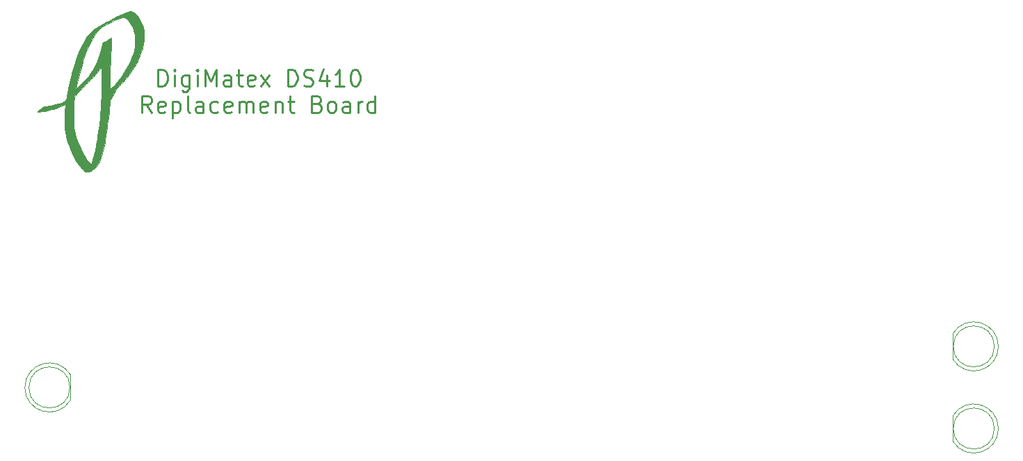
<source format=gbr>
%TF.GenerationSoftware,KiCad,Pcbnew,(6.0.2)*%
%TF.CreationDate,2022-02-27T11:44:28-05:00*%
%TF.ProjectId,digiMatex_DS410,64696769-4d61-4746-9578-5f4453343130,B*%
%TF.SameCoordinates,PX2ebae40PY2255100*%
%TF.FileFunction,Legend,Top*%
%TF.FilePolarity,Positive*%
%FSLAX46Y46*%
G04 Gerber Fmt 4.6, Leading zero omitted, Abs format (unit mm)*
G04 Created by KiCad (PCBNEW (6.0.2)) date 2022-02-27 11:44:28*
%MOMM*%
%LPD*%
G01*
G04 APERTURE LIST*
%ADD10C,0.285714*%
%ADD11C,0.120000*%
%ADD12C,0.010000*%
G04 APERTURE END LIST*
D10*
X47961904Y-47294761D02*
X47961904Y-45294761D01*
X48438095Y-45294761D01*
X48723809Y-45390000D01*
X48914285Y-45580476D01*
X49009523Y-45770952D01*
X49104761Y-46151904D01*
X49104761Y-46437619D01*
X49009523Y-46818571D01*
X48914285Y-47009047D01*
X48723809Y-47199523D01*
X48438095Y-47294761D01*
X47961904Y-47294761D01*
X49961904Y-47294761D02*
X49961904Y-45961428D01*
X49961904Y-45294761D02*
X49866666Y-45390000D01*
X49961904Y-45485238D01*
X50057142Y-45390000D01*
X49961904Y-45294761D01*
X49961904Y-45485238D01*
X51771428Y-45961428D02*
X51771428Y-47580476D01*
X51676190Y-47770952D01*
X51580952Y-47866190D01*
X51390476Y-47961428D01*
X51104761Y-47961428D01*
X50914285Y-47866190D01*
X51771428Y-47199523D02*
X51580952Y-47294761D01*
X51200000Y-47294761D01*
X51009523Y-47199523D01*
X50914285Y-47104285D01*
X50819047Y-46913809D01*
X50819047Y-46342380D01*
X50914285Y-46151904D01*
X51009523Y-46056666D01*
X51200000Y-45961428D01*
X51580952Y-45961428D01*
X51771428Y-46056666D01*
X52723809Y-47294761D02*
X52723809Y-45961428D01*
X52723809Y-45294761D02*
X52628571Y-45390000D01*
X52723809Y-45485238D01*
X52819047Y-45390000D01*
X52723809Y-45294761D01*
X52723809Y-45485238D01*
X53676190Y-47294761D02*
X53676190Y-45294761D01*
X54342857Y-46723333D01*
X55009523Y-45294761D01*
X55009523Y-47294761D01*
X56819047Y-47294761D02*
X56819047Y-46247142D01*
X56723809Y-46056666D01*
X56533333Y-45961428D01*
X56152380Y-45961428D01*
X55961904Y-46056666D01*
X56819047Y-47199523D02*
X56628571Y-47294761D01*
X56152380Y-47294761D01*
X55961904Y-47199523D01*
X55866666Y-47009047D01*
X55866666Y-46818571D01*
X55961904Y-46628095D01*
X56152380Y-46532857D01*
X56628571Y-46532857D01*
X56819047Y-46437619D01*
X57485714Y-45961428D02*
X58247619Y-45961428D01*
X57771428Y-45294761D02*
X57771428Y-47009047D01*
X57866666Y-47199523D01*
X58057142Y-47294761D01*
X58247619Y-47294761D01*
X59676190Y-47199523D02*
X59485714Y-47294761D01*
X59104761Y-47294761D01*
X58914285Y-47199523D01*
X58819047Y-47009047D01*
X58819047Y-46247142D01*
X58914285Y-46056666D01*
X59104761Y-45961428D01*
X59485714Y-45961428D01*
X59676190Y-46056666D01*
X59771428Y-46247142D01*
X59771428Y-46437619D01*
X58819047Y-46628095D01*
X60438095Y-47294761D02*
X61485714Y-45961428D01*
X60438095Y-45961428D02*
X61485714Y-47294761D01*
X63771428Y-47294761D02*
X63771428Y-45294761D01*
X64247619Y-45294761D01*
X64533333Y-45390000D01*
X64723809Y-45580476D01*
X64819047Y-45770952D01*
X64914285Y-46151904D01*
X64914285Y-46437619D01*
X64819047Y-46818571D01*
X64723809Y-47009047D01*
X64533333Y-47199523D01*
X64247619Y-47294761D01*
X63771428Y-47294761D01*
X65676190Y-47199523D02*
X65961904Y-47294761D01*
X66438095Y-47294761D01*
X66628571Y-47199523D01*
X66723809Y-47104285D01*
X66819047Y-46913809D01*
X66819047Y-46723333D01*
X66723809Y-46532857D01*
X66628571Y-46437619D01*
X66438095Y-46342380D01*
X66057142Y-46247142D01*
X65866666Y-46151904D01*
X65771428Y-46056666D01*
X65676190Y-45866190D01*
X65676190Y-45675714D01*
X65771428Y-45485238D01*
X65866666Y-45390000D01*
X66057142Y-45294761D01*
X66533333Y-45294761D01*
X66819047Y-45390000D01*
X68533333Y-45961428D02*
X68533333Y-47294761D01*
X68057142Y-45199523D02*
X67580952Y-46628095D01*
X68819047Y-46628095D01*
X70628571Y-47294761D02*
X69485714Y-47294761D01*
X70057142Y-47294761D02*
X70057142Y-45294761D01*
X69866666Y-45580476D01*
X69676190Y-45770952D01*
X69485714Y-45866190D01*
X71866666Y-45294761D02*
X72057142Y-45294761D01*
X72247619Y-45390000D01*
X72342857Y-45485238D01*
X72438095Y-45675714D01*
X72533333Y-46056666D01*
X72533333Y-46532857D01*
X72438095Y-46913809D01*
X72342857Y-47104285D01*
X72247619Y-47199523D01*
X72057142Y-47294761D01*
X71866666Y-47294761D01*
X71676190Y-47199523D01*
X71580952Y-47104285D01*
X71485714Y-46913809D01*
X71390476Y-46532857D01*
X71390476Y-46056666D01*
X71485714Y-45675714D01*
X71580952Y-45485238D01*
X71676190Y-45390000D01*
X71866666Y-45294761D01*
X47152380Y-50514761D02*
X46485714Y-49562380D01*
X46009523Y-50514761D02*
X46009523Y-48514761D01*
X46771428Y-48514761D01*
X46961904Y-48610000D01*
X47057142Y-48705238D01*
X47152380Y-48895714D01*
X47152380Y-49181428D01*
X47057142Y-49371904D01*
X46961904Y-49467142D01*
X46771428Y-49562380D01*
X46009523Y-49562380D01*
X48771428Y-50419523D02*
X48580952Y-50514761D01*
X48200000Y-50514761D01*
X48009523Y-50419523D01*
X47914285Y-50229047D01*
X47914285Y-49467142D01*
X48009523Y-49276666D01*
X48200000Y-49181428D01*
X48580952Y-49181428D01*
X48771428Y-49276666D01*
X48866666Y-49467142D01*
X48866666Y-49657619D01*
X47914285Y-49848095D01*
X49723809Y-49181428D02*
X49723809Y-51181428D01*
X49723809Y-49276666D02*
X49914285Y-49181428D01*
X50295238Y-49181428D01*
X50485714Y-49276666D01*
X50580952Y-49371904D01*
X50676190Y-49562380D01*
X50676190Y-50133809D01*
X50580952Y-50324285D01*
X50485714Y-50419523D01*
X50295238Y-50514761D01*
X49914285Y-50514761D01*
X49723809Y-50419523D01*
X51819047Y-50514761D02*
X51628571Y-50419523D01*
X51533333Y-50229047D01*
X51533333Y-48514761D01*
X53438095Y-50514761D02*
X53438095Y-49467142D01*
X53342857Y-49276666D01*
X53152380Y-49181428D01*
X52771428Y-49181428D01*
X52580952Y-49276666D01*
X53438095Y-50419523D02*
X53247619Y-50514761D01*
X52771428Y-50514761D01*
X52580952Y-50419523D01*
X52485714Y-50229047D01*
X52485714Y-50038571D01*
X52580952Y-49848095D01*
X52771428Y-49752857D01*
X53247619Y-49752857D01*
X53438095Y-49657619D01*
X55247619Y-50419523D02*
X55057142Y-50514761D01*
X54676190Y-50514761D01*
X54485714Y-50419523D01*
X54390476Y-50324285D01*
X54295238Y-50133809D01*
X54295238Y-49562380D01*
X54390476Y-49371904D01*
X54485714Y-49276666D01*
X54676190Y-49181428D01*
X55057142Y-49181428D01*
X55247619Y-49276666D01*
X56866666Y-50419523D02*
X56676190Y-50514761D01*
X56295238Y-50514761D01*
X56104761Y-50419523D01*
X56009523Y-50229047D01*
X56009523Y-49467142D01*
X56104761Y-49276666D01*
X56295238Y-49181428D01*
X56676190Y-49181428D01*
X56866666Y-49276666D01*
X56961904Y-49467142D01*
X56961904Y-49657619D01*
X56009523Y-49848095D01*
X57819047Y-50514761D02*
X57819047Y-49181428D01*
X57819047Y-49371904D02*
X57914285Y-49276666D01*
X58104761Y-49181428D01*
X58390476Y-49181428D01*
X58580952Y-49276666D01*
X58676190Y-49467142D01*
X58676190Y-50514761D01*
X58676190Y-49467142D02*
X58771428Y-49276666D01*
X58961904Y-49181428D01*
X59247619Y-49181428D01*
X59438095Y-49276666D01*
X59533333Y-49467142D01*
X59533333Y-50514761D01*
X61247619Y-50419523D02*
X61057142Y-50514761D01*
X60676190Y-50514761D01*
X60485714Y-50419523D01*
X60390476Y-50229047D01*
X60390476Y-49467142D01*
X60485714Y-49276666D01*
X60676190Y-49181428D01*
X61057142Y-49181428D01*
X61247619Y-49276666D01*
X61342857Y-49467142D01*
X61342857Y-49657619D01*
X60390476Y-49848095D01*
X62200000Y-49181428D02*
X62200000Y-50514761D01*
X62200000Y-49371904D02*
X62295238Y-49276666D01*
X62485714Y-49181428D01*
X62771428Y-49181428D01*
X62961904Y-49276666D01*
X63057142Y-49467142D01*
X63057142Y-50514761D01*
X63723809Y-49181428D02*
X64485714Y-49181428D01*
X64009523Y-48514761D02*
X64009523Y-50229047D01*
X64104761Y-50419523D01*
X64295238Y-50514761D01*
X64485714Y-50514761D01*
X67342857Y-49467142D02*
X67628571Y-49562380D01*
X67723809Y-49657619D01*
X67819047Y-49848095D01*
X67819047Y-50133809D01*
X67723809Y-50324285D01*
X67628571Y-50419523D01*
X67438095Y-50514761D01*
X66676190Y-50514761D01*
X66676190Y-48514761D01*
X67342857Y-48514761D01*
X67533333Y-48610000D01*
X67628571Y-48705238D01*
X67723809Y-48895714D01*
X67723809Y-49086190D01*
X67628571Y-49276666D01*
X67533333Y-49371904D01*
X67342857Y-49467142D01*
X66676190Y-49467142D01*
X68961904Y-50514761D02*
X68771428Y-50419523D01*
X68676190Y-50324285D01*
X68580952Y-50133809D01*
X68580952Y-49562380D01*
X68676190Y-49371904D01*
X68771428Y-49276666D01*
X68961904Y-49181428D01*
X69247619Y-49181428D01*
X69438095Y-49276666D01*
X69533333Y-49371904D01*
X69628571Y-49562380D01*
X69628571Y-50133809D01*
X69533333Y-50324285D01*
X69438095Y-50419523D01*
X69247619Y-50514761D01*
X68961904Y-50514761D01*
X71342857Y-50514761D02*
X71342857Y-49467142D01*
X71247619Y-49276666D01*
X71057142Y-49181428D01*
X70676190Y-49181428D01*
X70485714Y-49276666D01*
X71342857Y-50419523D02*
X71152380Y-50514761D01*
X70676190Y-50514761D01*
X70485714Y-50419523D01*
X70390476Y-50229047D01*
X70390476Y-50038571D01*
X70485714Y-49848095D01*
X70676190Y-49752857D01*
X71152380Y-49752857D01*
X71342857Y-49657619D01*
X72295238Y-50514761D02*
X72295238Y-49181428D01*
X72295238Y-49562380D02*
X72390476Y-49371904D01*
X72485714Y-49276666D01*
X72676190Y-49181428D01*
X72866666Y-49181428D01*
X74390476Y-50514761D02*
X74390476Y-48514761D01*
X74390476Y-50419523D02*
X74199999Y-50514761D01*
X73819047Y-50514761D01*
X73628571Y-50419523D01*
X73533333Y-50324285D01*
X73438095Y-50133809D01*
X73438095Y-49562380D01*
X73533333Y-49371904D01*
X73628571Y-49276666D01*
X73819047Y-49181428D01*
X74199999Y-49181428D01*
X74390476Y-49276666D01*
D11*
%TO.C,D8*%
X144710000Y-87455000D02*
X144710000Y-90545000D01*
X150260000Y-89000462D02*
G75*
G03*
X144710000Y-87455170I-2990000J462D01*
G01*
X144710000Y-90544830D02*
G75*
G03*
X150260000Y-88999538I2560000J1544830D01*
G01*
X149770000Y-89000000D02*
G75*
G03*
X149770000Y-89000000I-2500000J0D01*
G01*
%TO.C,D6*%
X144710000Y-77455000D02*
X144710000Y-80545000D01*
X144710000Y-80544830D02*
G75*
G03*
X150260000Y-78999538I2560000J1544830D01*
G01*
X150260000Y-79000462D02*
G75*
G03*
X144710000Y-77455170I-2990000J462D01*
G01*
X149770000Y-79000000D02*
G75*
G03*
X149770000Y-79000000I-2500000J0D01*
G01*
%TO.C,D7*%
X37290000Y-85545000D02*
X37290000Y-82455000D01*
X31740000Y-83999538D02*
G75*
G03*
X37290000Y-85544830I2990000J-462D01*
G01*
X37290000Y-82455170D02*
G75*
G03*
X31740000Y-84000462I-2560000J-1544830D01*
G01*
X37230000Y-84000000D02*
G75*
G03*
X37230000Y-84000000I-2500000J0D01*
G01*
D12*
%TO.C,G\u002A\u002A\u002A*%
X44810447Y-38229348D02*
X45012269Y-38359334D01*
X45012269Y-38359334D02*
X45234322Y-38556098D01*
X45234322Y-38556098D02*
X45458485Y-38803423D01*
X45458485Y-38803423D02*
X45666640Y-39085091D01*
X45666640Y-39085091D02*
X45682310Y-39109011D01*
X45682310Y-39109011D02*
X45939473Y-39577772D01*
X45939473Y-39577772D02*
X46116068Y-40076124D01*
X46116068Y-40076124D02*
X46219396Y-40628988D01*
X46219396Y-40628988D02*
X46251677Y-41052357D01*
X46251677Y-41052357D02*
X46245956Y-41618753D01*
X46245956Y-41618753D02*
X46179614Y-42174110D01*
X46179614Y-42174110D02*
X46047459Y-42738756D01*
X46047459Y-42738756D02*
X45844301Y-43333019D01*
X45844301Y-43333019D02*
X45564947Y-43977228D01*
X45564947Y-43977228D02*
X45437802Y-44239216D01*
X45437802Y-44239216D02*
X45122669Y-44834811D01*
X45122669Y-44834811D02*
X44793822Y-45374710D01*
X44793822Y-45374710D02*
X44431023Y-45887300D01*
X44431023Y-45887300D02*
X44014034Y-46400965D01*
X44014034Y-46400965D02*
X43522617Y-46944091D01*
X43522617Y-46944091D02*
X43468597Y-47001123D01*
X43468597Y-47001123D02*
X43196420Y-47300373D01*
X43196420Y-47300373D02*
X42977407Y-47576338D01*
X42977407Y-47576338D02*
X42785305Y-47866779D01*
X42785305Y-47866779D02*
X42593860Y-48209456D01*
X42593860Y-48209456D02*
X42496977Y-48398632D01*
X42496977Y-48398632D02*
X42381419Y-48617345D01*
X42381419Y-48617345D02*
X42274296Y-48800024D01*
X42274296Y-48800024D02*
X42191792Y-48919921D01*
X42191792Y-48919921D02*
X42164519Y-48948195D01*
X42164519Y-48948195D02*
X42127285Y-48998544D01*
X42127285Y-48998544D02*
X42097557Y-49099049D01*
X42097557Y-49099049D02*
X42073053Y-49265480D01*
X42073053Y-49265480D02*
X42051492Y-49513606D01*
X42051492Y-49513606D02*
X42030594Y-49859196D01*
X42030594Y-49859196D02*
X42029359Y-49882471D01*
X42029359Y-49882471D02*
X42005361Y-50215766D01*
X42005361Y-50215766D02*
X41965794Y-50627183D01*
X41965794Y-50627183D02*
X41914545Y-51082356D01*
X41914545Y-51082356D02*
X41855502Y-51546920D01*
X41855502Y-51546920D02*
X41792550Y-51986509D01*
X41792550Y-51986509D02*
X41788075Y-52015605D01*
X41788075Y-52015605D02*
X41726235Y-52419717D01*
X41726235Y-52419717D02*
X41666076Y-52820335D01*
X41666076Y-52820335D02*
X41611374Y-53191749D01*
X41611374Y-53191749D02*
X41565906Y-53508247D01*
X41565906Y-53508247D02*
X41533449Y-53744119D01*
X41533449Y-53744119D02*
X41527804Y-53787522D01*
X41527804Y-53787522D02*
X41464501Y-54187507D01*
X41464501Y-54187507D02*
X41373470Y-54633360D01*
X41373470Y-54633360D02*
X41262106Y-55097654D01*
X41262106Y-55097654D02*
X41137803Y-55552962D01*
X41137803Y-55552962D02*
X41007955Y-55971858D01*
X41007955Y-55971858D02*
X40879956Y-56326913D01*
X40879956Y-56326913D02*
X40784112Y-56546046D01*
X40784112Y-56546046D02*
X40637302Y-56819355D01*
X40637302Y-56819355D02*
X40494637Y-57022883D01*
X40494637Y-57022883D02*
X40326420Y-57195872D01*
X40326420Y-57195872D02*
X40230816Y-57277194D01*
X40230816Y-57277194D02*
X40047846Y-57420104D01*
X40047846Y-57420104D02*
X39878277Y-57542154D01*
X39878277Y-57542154D02*
X39759975Y-57616254D01*
X39759975Y-57616254D02*
X39548877Y-57695147D01*
X39548877Y-57695147D02*
X39325285Y-57732273D01*
X39325285Y-57732273D02*
X39138045Y-57720841D01*
X39138045Y-57720841D02*
X39099043Y-57708124D01*
X39099043Y-57708124D02*
X38991446Y-57634028D01*
X38991446Y-57634028D02*
X38834844Y-57490665D01*
X38834844Y-57490665D02*
X38649176Y-57299752D01*
X38649176Y-57299752D02*
X38454379Y-57083010D01*
X38454379Y-57083010D02*
X38270392Y-56862157D01*
X38270392Y-56862157D02*
X38117154Y-56658913D01*
X38117154Y-56658913D02*
X38065944Y-56582753D01*
X38065944Y-56582753D02*
X37975467Y-56427502D01*
X37975467Y-56427502D02*
X37850238Y-56193559D01*
X37850238Y-56193559D02*
X37703153Y-55905971D01*
X37703153Y-55905971D02*
X37547109Y-55589783D01*
X37547109Y-55589783D02*
X37446059Y-55378834D01*
X37446059Y-55378834D02*
X37146448Y-54696073D01*
X37146448Y-54696073D02*
X36919741Y-54060909D01*
X36919741Y-54060909D02*
X36756849Y-53441507D01*
X36756849Y-53441507D02*
X36648682Y-52806034D01*
X36648682Y-52806034D02*
X36610462Y-52452134D01*
X36610462Y-52452134D02*
X36591161Y-52147395D01*
X36591161Y-52147395D02*
X36579918Y-51777455D01*
X36579918Y-51777455D02*
X36576328Y-51368710D01*
X36576328Y-51368710D02*
X36579986Y-50947556D01*
X36579986Y-50947556D02*
X36590489Y-50540389D01*
X36590489Y-50540389D02*
X36602887Y-50272005D01*
X36602887Y-50272005D02*
X37657046Y-50272005D01*
X37657046Y-50272005D02*
X37657170Y-50749466D01*
X37657170Y-50749466D02*
X37663513Y-51167865D01*
X37663513Y-51167865D02*
X37672869Y-51598264D01*
X37672869Y-51598264D02*
X37683162Y-51936345D01*
X37683162Y-51936345D02*
X37696594Y-52203938D01*
X37696594Y-52203938D02*
X37715367Y-52422876D01*
X37715367Y-52422876D02*
X37741680Y-52614990D01*
X37741680Y-52614990D02*
X37777735Y-52802112D01*
X37777735Y-52802112D02*
X37825733Y-53006072D01*
X37825733Y-53006072D02*
X37864001Y-53156553D01*
X37864001Y-53156553D02*
X37969036Y-53501704D01*
X37969036Y-53501704D02*
X38120178Y-53915450D01*
X38120178Y-53915450D02*
X38304570Y-54368634D01*
X38304570Y-54368634D02*
X38509359Y-54832099D01*
X38509359Y-54832099D02*
X38721688Y-55276687D01*
X38721688Y-55276687D02*
X38928703Y-55673242D01*
X38928703Y-55673242D02*
X39107563Y-55977090D01*
X39107563Y-55977090D02*
X39250479Y-56183624D01*
X39250479Y-56183624D02*
X39407483Y-56383830D01*
X39407483Y-56383830D02*
X39561191Y-56558643D01*
X39561191Y-56558643D02*
X39694217Y-56689000D01*
X39694217Y-56689000D02*
X39789178Y-56755836D01*
X39789178Y-56755836D02*
X39819772Y-56758103D01*
X39819772Y-56758103D02*
X39857698Y-56692735D01*
X39857698Y-56692735D02*
X39916010Y-56544905D01*
X39916010Y-56544905D02*
X39984254Y-56342064D01*
X39984254Y-56342064D02*
X40009684Y-56259381D01*
X40009684Y-56259381D02*
X40160399Y-55720907D01*
X40160399Y-55720907D02*
X40289537Y-55175597D01*
X40289537Y-55175597D02*
X40404348Y-54589349D01*
X40404348Y-54589349D02*
X40512080Y-53928063D01*
X40512080Y-53928063D02*
X40527759Y-53822461D01*
X40527759Y-53822461D02*
X40588257Y-53410055D01*
X40588257Y-53410055D02*
X40657618Y-52936465D01*
X40657618Y-52936465D02*
X40728263Y-52453473D01*
X40728263Y-52453473D02*
X40792615Y-52012863D01*
X40792615Y-52012863D02*
X40807636Y-51909887D01*
X40807636Y-51909887D02*
X40883113Y-51330220D01*
X40883113Y-51330220D02*
X40944733Y-50715647D01*
X40944733Y-50715647D02*
X40993200Y-50052558D01*
X40993200Y-50052558D02*
X41029222Y-49327348D01*
X41029222Y-49327348D02*
X41053506Y-48526409D01*
X41053506Y-48526409D02*
X41066756Y-47636132D01*
X41066756Y-47636132D02*
X41069888Y-46857348D01*
X41069888Y-46857348D02*
X41069888Y-44947815D01*
X41069888Y-44947815D02*
X40859111Y-45260986D01*
X40859111Y-45260986D02*
X40743555Y-45412363D01*
X40743555Y-45412363D02*
X40560782Y-45627133D01*
X40560782Y-45627133D02*
X40325694Y-45889389D01*
X40325694Y-45889389D02*
X40053190Y-46183222D01*
X40053190Y-46183222D02*
X39758172Y-46492726D01*
X39758172Y-46492726D02*
X39455539Y-46801991D01*
X39455539Y-46801991D02*
X39160193Y-47095110D01*
X39160193Y-47095110D02*
X38967058Y-47280944D01*
X38967058Y-47280944D02*
X38802186Y-47448112D01*
X38802186Y-47448112D02*
X38596812Y-47672328D01*
X38596812Y-47672328D02*
X38380590Y-47920583D01*
X38380590Y-47920583D02*
X38232312Y-48098790D01*
X38232312Y-48098790D02*
X37802419Y-48627835D01*
X37802419Y-48627835D02*
X37719916Y-49241445D01*
X37719916Y-49241445D02*
X37687850Y-49537418D01*
X37687850Y-49537418D02*
X37667083Y-49874463D01*
X37667083Y-49874463D02*
X37657046Y-50272005D01*
X37657046Y-50272005D02*
X36602887Y-50272005D01*
X36602887Y-50272005D02*
X36607433Y-50173606D01*
X36607433Y-50173606D02*
X36630414Y-49873602D01*
X36630414Y-49873602D02*
X36652576Y-49701141D01*
X36652576Y-49701141D02*
X36688778Y-49490147D01*
X36688778Y-49490147D02*
X36096748Y-49740546D01*
X36096748Y-49740546D02*
X35786813Y-49864764D01*
X35786813Y-49864764D02*
X35446852Y-49990126D01*
X35446852Y-49990126D02*
X35129942Y-50097455D01*
X35129942Y-50097455D02*
X34991011Y-50140026D01*
X34991011Y-50140026D02*
X34738007Y-50206360D01*
X34738007Y-50206360D02*
X34443954Y-50272400D01*
X34443954Y-50272400D02*
X34134475Y-50333672D01*
X34134475Y-50333672D02*
X33835193Y-50385699D01*
X33835193Y-50385699D02*
X33571732Y-50424005D01*
X33571732Y-50424005D02*
X33369713Y-50444114D01*
X33369713Y-50444114D02*
X33259267Y-50442530D01*
X33259267Y-50442530D02*
X33256154Y-50406481D01*
X33256154Y-50406481D02*
X33330614Y-50326813D01*
X33330614Y-50326813D02*
X33461985Y-50218057D01*
X33461985Y-50218057D02*
X33629603Y-50094748D01*
X33629603Y-50094748D02*
X33812807Y-49971418D01*
X33812807Y-49971418D02*
X33990933Y-49862599D01*
X33990933Y-49862599D02*
X34143320Y-49782823D01*
X34143320Y-49782823D02*
X34248580Y-49746718D01*
X34248580Y-49746718D02*
X34870160Y-49654577D01*
X34870160Y-49654577D02*
X35413081Y-49553549D01*
X35413081Y-49553549D02*
X35870134Y-49445555D01*
X35870134Y-49445555D02*
X36234108Y-49332515D01*
X36234108Y-49332515D02*
X36497795Y-49216350D01*
X36497795Y-49216350D02*
X36646004Y-49107951D01*
X36646004Y-49107951D02*
X36704028Y-49025898D01*
X36704028Y-49025898D02*
X36754209Y-48904301D01*
X36754209Y-48904301D02*
X36801865Y-48723744D01*
X36801865Y-48723744D02*
X36852313Y-48464808D01*
X36852313Y-48464808D02*
X36898736Y-48185151D01*
X36898736Y-48185151D02*
X37000305Y-47628988D01*
X37000305Y-47628988D02*
X37981920Y-47628988D01*
X37981920Y-47628988D02*
X38787252Y-46812220D01*
X38787252Y-46812220D02*
X39193679Y-46387725D01*
X39193679Y-46387725D02*
X39526667Y-46009167D01*
X39526667Y-46009167D02*
X39803453Y-45653134D01*
X39803453Y-45653134D02*
X40041276Y-45296215D01*
X40041276Y-45296215D02*
X40257374Y-44914996D01*
X40257374Y-44914996D02*
X40413275Y-44603820D01*
X40413275Y-44603820D02*
X40545662Y-44294726D01*
X40545662Y-44294726D02*
X40688099Y-43906034D01*
X40688099Y-43906034D02*
X40830249Y-43470467D01*
X40830249Y-43470467D02*
X40961771Y-43020750D01*
X40961771Y-43020750D02*
X41072328Y-42589604D01*
X41072328Y-42589604D02*
X41124366Y-42353106D01*
X41124366Y-42353106D02*
X41186632Y-42109886D01*
X41186632Y-42109886D02*
X41259501Y-41964261D01*
X41259501Y-41964261D02*
X41353241Y-41899670D01*
X41353241Y-41899670D02*
X41409886Y-41892584D01*
X41409886Y-41892584D02*
X41503792Y-41861284D01*
X41503792Y-41861284D02*
X41656032Y-41779229D01*
X41656032Y-41779229D02*
X41833521Y-41664269D01*
X41833521Y-41664269D02*
X42004954Y-41550077D01*
X42004954Y-41550077D02*
X42143933Y-41468200D01*
X42143933Y-41468200D02*
X42220975Y-41435974D01*
X42220975Y-41435974D02*
X42221823Y-41435955D01*
X42221823Y-41435955D02*
X42239593Y-41490429D01*
X42239593Y-41490429D02*
X42250554Y-41643881D01*
X42250554Y-41643881D02*
X42255057Y-41881358D01*
X42255057Y-41881358D02*
X42253451Y-42187906D01*
X42253451Y-42187906D02*
X42246088Y-42548570D01*
X42246088Y-42548570D02*
X42233316Y-42948396D01*
X42233316Y-42948396D02*
X42215486Y-43372431D01*
X42215486Y-43372431D02*
X42192949Y-43805720D01*
X42192949Y-43805720D02*
X42166053Y-44233309D01*
X42166053Y-44233309D02*
X42151665Y-44432584D01*
X42151665Y-44432584D02*
X42137554Y-44668756D01*
X42137554Y-44668756D02*
X42125449Y-44967060D01*
X42125449Y-44967060D02*
X42115460Y-45310533D01*
X42115460Y-45310533D02*
X42107700Y-45682213D01*
X42107700Y-45682213D02*
X42102282Y-46065139D01*
X42102282Y-46065139D02*
X42099317Y-46442348D01*
X42099317Y-46442348D02*
X42098917Y-46796880D01*
X42098917Y-46796880D02*
X42101195Y-47111771D01*
X42101195Y-47111771D02*
X42106263Y-47370061D01*
X42106263Y-47370061D02*
X42114232Y-47554787D01*
X42114232Y-47554787D02*
X42125215Y-47648989D01*
X42125215Y-47648989D02*
X42130349Y-47657528D01*
X42130349Y-47657528D02*
X42184805Y-47619980D01*
X42184805Y-47619980D02*
X42292384Y-47522579D01*
X42292384Y-47522579D02*
X42401472Y-47414943D01*
X42401472Y-47414943D02*
X42755369Y-47036310D01*
X42755369Y-47036310D02*
X43116394Y-46618302D01*
X43116394Y-46618302D02*
X43449052Y-46203037D01*
X43449052Y-46203037D02*
X43638592Y-45947030D01*
X43638592Y-45947030D02*
X43874713Y-45583831D01*
X43874713Y-45583831D02*
X44126061Y-45144511D01*
X44126061Y-45144511D02*
X44375934Y-44662549D01*
X44375934Y-44662549D02*
X44607627Y-44171425D01*
X44607627Y-44171425D02*
X44804436Y-43704618D01*
X44804436Y-43704618D02*
X44928975Y-43360710D01*
X44928975Y-43360710D02*
X45016414Y-43083119D01*
X45016414Y-43083119D02*
X45077050Y-42856206D01*
X45077050Y-42856206D02*
X45116914Y-42643445D01*
X45116914Y-42643445D02*
X45142038Y-42408313D01*
X45142038Y-42408313D02*
X45158451Y-42114287D01*
X45158451Y-42114287D02*
X45165453Y-41928704D01*
X45165453Y-41928704D02*
X45171388Y-41472371D01*
X45171388Y-41472371D02*
X45150072Y-41095473D01*
X45150072Y-41095473D02*
X45095514Y-40765282D01*
X45095514Y-40765282D02*
X45001721Y-40449071D01*
X45001721Y-40449071D02*
X44862699Y-40114115D01*
X44862699Y-40114115D02*
X44814386Y-40011542D01*
X44814386Y-40011542D02*
X44672109Y-39761967D01*
X44672109Y-39761967D02*
X44488131Y-39504752D01*
X44488131Y-39504752D02*
X44284747Y-39265588D01*
X44284747Y-39265588D02*
X44084252Y-39070165D01*
X44084252Y-39070165D02*
X43908941Y-38944176D01*
X43908941Y-38944176D02*
X43873444Y-38927270D01*
X43873444Y-38927270D02*
X43791240Y-38905386D01*
X43791240Y-38905386D02*
X43689089Y-38905723D01*
X43689089Y-38905723D02*
X43555089Y-38932584D01*
X43555089Y-38932584D02*
X43377339Y-38990270D01*
X43377339Y-38990270D02*
X43143938Y-39083080D01*
X43143938Y-39083080D02*
X42842982Y-39215318D01*
X42842982Y-39215318D02*
X42462572Y-39391282D01*
X42462572Y-39391282D02*
X42056567Y-39583838D01*
X42056567Y-39583838D02*
X41685432Y-39765891D01*
X41685432Y-39765891D02*
X41399223Y-39918741D01*
X41399223Y-39918741D02*
X41176723Y-40055202D01*
X41176723Y-40055202D02*
X40996718Y-40188088D01*
X40996718Y-40188088D02*
X40867101Y-40302278D01*
X40867101Y-40302278D02*
X40503408Y-40703820D01*
X40503408Y-40703820D02*
X40146701Y-41211391D01*
X40146701Y-41211391D02*
X39801554Y-41816892D01*
X39801554Y-41816892D02*
X39472543Y-42512219D01*
X39472543Y-42512219D02*
X39164245Y-43289270D01*
X39164245Y-43289270D02*
X39136214Y-43367007D01*
X39136214Y-43367007D02*
X38984739Y-43807552D01*
X38984739Y-43807552D02*
X38826993Y-44296597D01*
X38826993Y-44296597D02*
X38668533Y-44814231D01*
X38668533Y-44814231D02*
X38514916Y-45340544D01*
X38514916Y-45340544D02*
X38371699Y-45855623D01*
X38371699Y-45855623D02*
X38244437Y-46339560D01*
X38244437Y-46339560D02*
X38138689Y-46772444D01*
X38138689Y-46772444D02*
X38060011Y-47134362D01*
X38060011Y-47134362D02*
X38018453Y-47372134D01*
X38018453Y-47372134D02*
X37981920Y-47628988D01*
X37981920Y-47628988D02*
X37000305Y-47628988D01*
X37000305Y-47628988D02*
X37010485Y-47573246D01*
X37010485Y-47573246D02*
X37158769Y-46901952D01*
X37158769Y-46901952D02*
X37336915Y-46193425D01*
X37336915Y-46193425D02*
X37538247Y-45469820D01*
X37538247Y-45469820D02*
X37756091Y-44753294D01*
X37756091Y-44753294D02*
X37983774Y-44066001D01*
X37983774Y-44066001D02*
X38214622Y-43430099D01*
X38214622Y-43430099D02*
X38441959Y-42867742D01*
X38441959Y-42867742D02*
X38613774Y-42491910D01*
X38613774Y-42491910D02*
X38918585Y-41908948D01*
X38918585Y-41908948D02*
X39221819Y-41419684D01*
X39221819Y-41419684D02*
X39539961Y-41005095D01*
X39539961Y-41005095D02*
X39889496Y-40646160D01*
X39889496Y-40646160D02*
X40286910Y-40323856D01*
X40286910Y-40323856D02*
X40748687Y-40019163D01*
X40748687Y-40019163D02*
X40765546Y-40008988D01*
X40765546Y-40008988D02*
X41142899Y-39789287D01*
X41142899Y-39789287D02*
X41558246Y-39560365D01*
X41558246Y-39560365D02*
X41997431Y-39328885D01*
X41997431Y-39328885D02*
X42446294Y-39101510D01*
X42446294Y-39101510D02*
X42890680Y-38884902D01*
X42890680Y-38884902D02*
X43316430Y-38685724D01*
X43316430Y-38685724D02*
X43709387Y-38510639D01*
X43709387Y-38510639D02*
X44055394Y-38366308D01*
X44055394Y-38366308D02*
X44340293Y-38259395D01*
X44340293Y-38259395D02*
X44549927Y-38196563D01*
X44549927Y-38196563D02*
X44646973Y-38182357D01*
X44646973Y-38182357D02*
X44810447Y-38229348D01*
X44810447Y-38229348D02*
X44810447Y-38229348D01*
G36*
X36630414Y-49873602D02*
G01*
X36652576Y-49701141D01*
X36688778Y-49490147D01*
X36096748Y-49740546D01*
X35786813Y-49864764D01*
X35446852Y-49990126D01*
X35129942Y-50097455D01*
X34991011Y-50140026D01*
X34738007Y-50206360D01*
X34443954Y-50272400D01*
X34134475Y-50333672D01*
X33835193Y-50385699D01*
X33571732Y-50424005D01*
X33369713Y-50444114D01*
X33259267Y-50442530D01*
X33256154Y-50406481D01*
X33330614Y-50326813D01*
X33461985Y-50218057D01*
X33629603Y-50094748D01*
X33812807Y-49971418D01*
X33990933Y-49862599D01*
X34143320Y-49782823D01*
X34248580Y-49746718D01*
X34870160Y-49654577D01*
X35413081Y-49553549D01*
X35870134Y-49445555D01*
X36234108Y-49332515D01*
X36497795Y-49216350D01*
X36646004Y-49107951D01*
X36704028Y-49025898D01*
X36754209Y-48904301D01*
X36801865Y-48723744D01*
X36852313Y-48464808D01*
X36898736Y-48185151D01*
X37000305Y-47628988D01*
X37981920Y-47628988D01*
X38787252Y-46812220D01*
X39193679Y-46387725D01*
X39526667Y-46009167D01*
X39803453Y-45653134D01*
X40041276Y-45296215D01*
X40257374Y-44914996D01*
X40413275Y-44603820D01*
X40545662Y-44294726D01*
X40688099Y-43906034D01*
X40830249Y-43470467D01*
X40961771Y-43020750D01*
X41072328Y-42589604D01*
X41124366Y-42353106D01*
X41186632Y-42109886D01*
X41259501Y-41964261D01*
X41353241Y-41899670D01*
X41409886Y-41892584D01*
X41503792Y-41861284D01*
X41656032Y-41779229D01*
X41833521Y-41664269D01*
X42004954Y-41550077D01*
X42143933Y-41468200D01*
X42220975Y-41435974D01*
X42221823Y-41435955D01*
X42239593Y-41490429D01*
X42250554Y-41643881D01*
X42255057Y-41881358D01*
X42253451Y-42187906D01*
X42246088Y-42548570D01*
X42233316Y-42948396D01*
X42215486Y-43372431D01*
X42192949Y-43805720D01*
X42166053Y-44233309D01*
X42151665Y-44432584D01*
X42137554Y-44668756D01*
X42125449Y-44967060D01*
X42115460Y-45310533D01*
X42107700Y-45682213D01*
X42102282Y-46065139D01*
X42099317Y-46442348D01*
X42098917Y-46796880D01*
X42101195Y-47111771D01*
X42106263Y-47370061D01*
X42114232Y-47554787D01*
X42125215Y-47648989D01*
X42130349Y-47657528D01*
X42184805Y-47619980D01*
X42292384Y-47522579D01*
X42401472Y-47414943D01*
X42755369Y-47036310D01*
X43116394Y-46618302D01*
X43449052Y-46203037D01*
X43638592Y-45947030D01*
X43874713Y-45583831D01*
X44126061Y-45144511D01*
X44375934Y-44662549D01*
X44607627Y-44171425D01*
X44804436Y-43704618D01*
X44928975Y-43360710D01*
X45016414Y-43083119D01*
X45077050Y-42856206D01*
X45116914Y-42643445D01*
X45142038Y-42408313D01*
X45158451Y-42114287D01*
X45165453Y-41928704D01*
X45171388Y-41472371D01*
X45150072Y-41095473D01*
X45095514Y-40765282D01*
X45001721Y-40449071D01*
X44862699Y-40114115D01*
X44814386Y-40011542D01*
X44672109Y-39761967D01*
X44488131Y-39504752D01*
X44284747Y-39265588D01*
X44084252Y-39070165D01*
X43908941Y-38944176D01*
X43873444Y-38927270D01*
X43791240Y-38905386D01*
X43689089Y-38905723D01*
X43555089Y-38932584D01*
X43377339Y-38990270D01*
X43143938Y-39083080D01*
X42842982Y-39215318D01*
X42462572Y-39391282D01*
X42056567Y-39583838D01*
X41685432Y-39765891D01*
X41399223Y-39918741D01*
X41176723Y-40055202D01*
X40996718Y-40188088D01*
X40867101Y-40302278D01*
X40503408Y-40703820D01*
X40146701Y-41211391D01*
X39801554Y-41816892D01*
X39472543Y-42512219D01*
X39164245Y-43289270D01*
X39136214Y-43367007D01*
X38984739Y-43807552D01*
X38826993Y-44296597D01*
X38668533Y-44814231D01*
X38514916Y-45340544D01*
X38371699Y-45855623D01*
X38244437Y-46339560D01*
X38138689Y-46772444D01*
X38060011Y-47134362D01*
X38018453Y-47372134D01*
X37981920Y-47628988D01*
X37000305Y-47628988D01*
X37010485Y-47573246D01*
X37158769Y-46901952D01*
X37336915Y-46193425D01*
X37538247Y-45469820D01*
X37756091Y-44753294D01*
X37983774Y-44066001D01*
X38214622Y-43430099D01*
X38441959Y-42867742D01*
X38613774Y-42491910D01*
X38918585Y-41908948D01*
X39221819Y-41419684D01*
X39539961Y-41005095D01*
X39889496Y-40646160D01*
X40286910Y-40323856D01*
X40748687Y-40019163D01*
X40765546Y-40008988D01*
X41142899Y-39789287D01*
X41558246Y-39560365D01*
X41997431Y-39328885D01*
X42446294Y-39101510D01*
X42890680Y-38884902D01*
X43316430Y-38685724D01*
X43709387Y-38510639D01*
X44055394Y-38366308D01*
X44340293Y-38259395D01*
X44549927Y-38196563D01*
X44646973Y-38182357D01*
X44810447Y-38229348D01*
X45012269Y-38359334D01*
X45234322Y-38556098D01*
X45458485Y-38803423D01*
X45666640Y-39085091D01*
X45682310Y-39109011D01*
X45939473Y-39577772D01*
X46116068Y-40076124D01*
X46219396Y-40628988D01*
X46251677Y-41052357D01*
X46245956Y-41618753D01*
X46179614Y-42174110D01*
X46047459Y-42738756D01*
X45844301Y-43333019D01*
X45564947Y-43977228D01*
X45437802Y-44239216D01*
X45122669Y-44834811D01*
X44793822Y-45374710D01*
X44431023Y-45887300D01*
X44014034Y-46400965D01*
X43522617Y-46944091D01*
X43468597Y-47001123D01*
X43196420Y-47300373D01*
X42977407Y-47576338D01*
X42785305Y-47866779D01*
X42593860Y-48209456D01*
X42496977Y-48398632D01*
X42381419Y-48617345D01*
X42274296Y-48800024D01*
X42191792Y-48919921D01*
X42164519Y-48948195D01*
X42127285Y-48998544D01*
X42097557Y-49099049D01*
X42073053Y-49265480D01*
X42051492Y-49513606D01*
X42030594Y-49859196D01*
X42029359Y-49882471D01*
X42005361Y-50215766D01*
X41965794Y-50627183D01*
X41914545Y-51082356D01*
X41855502Y-51546920D01*
X41792550Y-51986509D01*
X41788075Y-52015605D01*
X41726235Y-52419717D01*
X41666076Y-52820335D01*
X41611374Y-53191749D01*
X41565906Y-53508247D01*
X41533449Y-53744119D01*
X41527804Y-53787522D01*
X41464501Y-54187507D01*
X41373470Y-54633360D01*
X41262106Y-55097654D01*
X41137803Y-55552962D01*
X41007955Y-55971858D01*
X40879956Y-56326913D01*
X40784112Y-56546046D01*
X40637302Y-56819355D01*
X40494637Y-57022883D01*
X40326420Y-57195872D01*
X40230816Y-57277194D01*
X40047846Y-57420104D01*
X39878277Y-57542154D01*
X39759975Y-57616254D01*
X39548877Y-57695147D01*
X39325285Y-57732273D01*
X39138045Y-57720841D01*
X39099043Y-57708124D01*
X38991446Y-57634028D01*
X38834844Y-57490665D01*
X38649176Y-57299752D01*
X38454379Y-57083010D01*
X38270392Y-56862157D01*
X38117154Y-56658913D01*
X38065944Y-56582753D01*
X37975467Y-56427502D01*
X37850238Y-56193559D01*
X37703153Y-55905971D01*
X37547109Y-55589783D01*
X37446059Y-55378834D01*
X37146448Y-54696073D01*
X36919741Y-54060909D01*
X36756849Y-53441507D01*
X36648682Y-52806034D01*
X36610462Y-52452134D01*
X36591161Y-52147395D01*
X36579918Y-51777455D01*
X36576328Y-51368710D01*
X36579986Y-50947556D01*
X36590489Y-50540389D01*
X36602887Y-50272005D01*
X37657046Y-50272005D01*
X37657170Y-50749466D01*
X37663513Y-51167865D01*
X37672869Y-51598264D01*
X37683162Y-51936345D01*
X37696594Y-52203938D01*
X37715367Y-52422876D01*
X37741680Y-52614990D01*
X37777735Y-52802112D01*
X37825733Y-53006072D01*
X37864001Y-53156553D01*
X37969036Y-53501704D01*
X38120178Y-53915450D01*
X38304570Y-54368634D01*
X38509359Y-54832099D01*
X38721688Y-55276687D01*
X38928703Y-55673242D01*
X39107563Y-55977090D01*
X39250479Y-56183624D01*
X39407483Y-56383830D01*
X39561191Y-56558643D01*
X39694217Y-56689000D01*
X39789178Y-56755836D01*
X39819772Y-56758103D01*
X39857698Y-56692735D01*
X39916010Y-56544905D01*
X39984254Y-56342064D01*
X40009684Y-56259381D01*
X40160399Y-55720907D01*
X40289537Y-55175597D01*
X40404348Y-54589349D01*
X40512080Y-53928063D01*
X40527759Y-53822461D01*
X40588257Y-53410055D01*
X40657618Y-52936465D01*
X40728263Y-52453473D01*
X40792615Y-52012863D01*
X40807636Y-51909887D01*
X40883113Y-51330220D01*
X40944733Y-50715647D01*
X40993200Y-50052558D01*
X41029222Y-49327348D01*
X41053506Y-48526409D01*
X41066756Y-47636132D01*
X41069888Y-46857348D01*
X41069888Y-44947815D01*
X40859111Y-45260986D01*
X40743555Y-45412363D01*
X40560782Y-45627133D01*
X40325694Y-45889389D01*
X40053190Y-46183222D01*
X39758172Y-46492726D01*
X39455539Y-46801991D01*
X39160193Y-47095110D01*
X38967058Y-47280944D01*
X38802186Y-47448112D01*
X38596812Y-47672328D01*
X38380590Y-47920583D01*
X38232312Y-48098790D01*
X37802419Y-48627835D01*
X37719916Y-49241445D01*
X37687850Y-49537418D01*
X37667083Y-49874463D01*
X37657046Y-50272005D01*
X36602887Y-50272005D01*
X36607433Y-50173606D01*
X36630414Y-49873602D01*
G37*
X36630414Y-49873602D02*
X36652576Y-49701141D01*
X36688778Y-49490147D01*
X36096748Y-49740546D01*
X35786813Y-49864764D01*
X35446852Y-49990126D01*
X35129942Y-50097455D01*
X34991011Y-50140026D01*
X34738007Y-50206360D01*
X34443954Y-50272400D01*
X34134475Y-50333672D01*
X33835193Y-50385699D01*
X33571732Y-50424005D01*
X33369713Y-50444114D01*
X33259267Y-50442530D01*
X33256154Y-50406481D01*
X33330614Y-50326813D01*
X33461985Y-50218057D01*
X33629603Y-50094748D01*
X33812807Y-49971418D01*
X33990933Y-49862599D01*
X34143320Y-49782823D01*
X34248580Y-49746718D01*
X34870160Y-49654577D01*
X35413081Y-49553549D01*
X35870134Y-49445555D01*
X36234108Y-49332515D01*
X36497795Y-49216350D01*
X36646004Y-49107951D01*
X36704028Y-49025898D01*
X36754209Y-48904301D01*
X36801865Y-48723744D01*
X36852313Y-48464808D01*
X36898736Y-48185151D01*
X37000305Y-47628988D01*
X37981920Y-47628988D01*
X38787252Y-46812220D01*
X39193679Y-46387725D01*
X39526667Y-46009167D01*
X39803453Y-45653134D01*
X40041276Y-45296215D01*
X40257374Y-44914996D01*
X40413275Y-44603820D01*
X40545662Y-44294726D01*
X40688099Y-43906034D01*
X40830249Y-43470467D01*
X40961771Y-43020750D01*
X41072328Y-42589604D01*
X41124366Y-42353106D01*
X41186632Y-42109886D01*
X41259501Y-41964261D01*
X41353241Y-41899670D01*
X41409886Y-41892584D01*
X41503792Y-41861284D01*
X41656032Y-41779229D01*
X41833521Y-41664269D01*
X42004954Y-41550077D01*
X42143933Y-41468200D01*
X42220975Y-41435974D01*
X42221823Y-41435955D01*
X42239593Y-41490429D01*
X42250554Y-41643881D01*
X42255057Y-41881358D01*
X42253451Y-42187906D01*
X42246088Y-42548570D01*
X42233316Y-42948396D01*
X42215486Y-43372431D01*
X42192949Y-43805720D01*
X42166053Y-44233309D01*
X42151665Y-44432584D01*
X42137554Y-44668756D01*
X42125449Y-44967060D01*
X42115460Y-45310533D01*
X42107700Y-45682213D01*
X42102282Y-46065139D01*
X42099317Y-46442348D01*
X42098917Y-46796880D01*
X42101195Y-47111771D01*
X42106263Y-47370061D01*
X42114232Y-47554787D01*
X42125215Y-47648989D01*
X42130349Y-47657528D01*
X42184805Y-47619980D01*
X42292384Y-47522579D01*
X42401472Y-47414943D01*
X42755369Y-47036310D01*
X43116394Y-46618302D01*
X43449052Y-46203037D01*
X43638592Y-45947030D01*
X43874713Y-45583831D01*
X44126061Y-45144511D01*
X44375934Y-44662549D01*
X44607627Y-44171425D01*
X44804436Y-43704618D01*
X44928975Y-43360710D01*
X45016414Y-43083119D01*
X45077050Y-42856206D01*
X45116914Y-42643445D01*
X45142038Y-42408313D01*
X45158451Y-42114287D01*
X45165453Y-41928704D01*
X45171388Y-41472371D01*
X45150072Y-41095473D01*
X45095514Y-40765282D01*
X45001721Y-40449071D01*
X44862699Y-40114115D01*
X44814386Y-40011542D01*
X44672109Y-39761967D01*
X44488131Y-39504752D01*
X44284747Y-39265588D01*
X44084252Y-39070165D01*
X43908941Y-38944176D01*
X43873444Y-38927270D01*
X43791240Y-38905386D01*
X43689089Y-38905723D01*
X43555089Y-38932584D01*
X43377339Y-38990270D01*
X43143938Y-39083080D01*
X42842982Y-39215318D01*
X42462572Y-39391282D01*
X42056567Y-39583838D01*
X41685432Y-39765891D01*
X41399223Y-39918741D01*
X41176723Y-40055202D01*
X40996718Y-40188088D01*
X40867101Y-40302278D01*
X40503408Y-40703820D01*
X40146701Y-41211391D01*
X39801554Y-41816892D01*
X39472543Y-42512219D01*
X39164245Y-43289270D01*
X39136214Y-43367007D01*
X38984739Y-43807552D01*
X38826993Y-44296597D01*
X38668533Y-44814231D01*
X38514916Y-45340544D01*
X38371699Y-45855623D01*
X38244437Y-46339560D01*
X38138689Y-46772444D01*
X38060011Y-47134362D01*
X38018453Y-47372134D01*
X37981920Y-47628988D01*
X37000305Y-47628988D01*
X37010485Y-47573246D01*
X37158769Y-46901952D01*
X37336915Y-46193425D01*
X37538247Y-45469820D01*
X37756091Y-44753294D01*
X37983774Y-44066001D01*
X38214622Y-43430099D01*
X38441959Y-42867742D01*
X38613774Y-42491910D01*
X38918585Y-41908948D01*
X39221819Y-41419684D01*
X39539961Y-41005095D01*
X39889496Y-40646160D01*
X40286910Y-40323856D01*
X40748687Y-40019163D01*
X40765546Y-40008988D01*
X41142899Y-39789287D01*
X41558246Y-39560365D01*
X41997431Y-39328885D01*
X42446294Y-39101510D01*
X42890680Y-38884902D01*
X43316430Y-38685724D01*
X43709387Y-38510639D01*
X44055394Y-38366308D01*
X44340293Y-38259395D01*
X44549927Y-38196563D01*
X44646973Y-38182357D01*
X44810447Y-38229348D01*
X45012269Y-38359334D01*
X45234322Y-38556098D01*
X45458485Y-38803423D01*
X45666640Y-39085091D01*
X45682310Y-39109011D01*
X45939473Y-39577772D01*
X46116068Y-40076124D01*
X46219396Y-40628988D01*
X46251677Y-41052357D01*
X46245956Y-41618753D01*
X46179614Y-42174110D01*
X46047459Y-42738756D01*
X45844301Y-43333019D01*
X45564947Y-43977228D01*
X45437802Y-44239216D01*
X45122669Y-44834811D01*
X44793822Y-45374710D01*
X44431023Y-45887300D01*
X44014034Y-46400965D01*
X43522617Y-46944091D01*
X43468597Y-47001123D01*
X43196420Y-47300373D01*
X42977407Y-47576338D01*
X42785305Y-47866779D01*
X42593860Y-48209456D01*
X42496977Y-48398632D01*
X42381419Y-48617345D01*
X42274296Y-48800024D01*
X42191792Y-48919921D01*
X42164519Y-48948195D01*
X42127285Y-48998544D01*
X42097557Y-49099049D01*
X42073053Y-49265480D01*
X42051492Y-49513606D01*
X42030594Y-49859196D01*
X42029359Y-49882471D01*
X42005361Y-50215766D01*
X41965794Y-50627183D01*
X41914545Y-51082356D01*
X41855502Y-51546920D01*
X41792550Y-51986509D01*
X41788075Y-52015605D01*
X41726235Y-52419717D01*
X41666076Y-52820335D01*
X41611374Y-53191749D01*
X41565906Y-53508247D01*
X41533449Y-53744119D01*
X41527804Y-53787522D01*
X41464501Y-54187507D01*
X41373470Y-54633360D01*
X41262106Y-55097654D01*
X41137803Y-55552962D01*
X41007955Y-55971858D01*
X40879956Y-56326913D01*
X40784112Y-56546046D01*
X40637302Y-56819355D01*
X40494637Y-57022883D01*
X40326420Y-57195872D01*
X40230816Y-57277194D01*
X40047846Y-57420104D01*
X39878277Y-57542154D01*
X39759975Y-57616254D01*
X39548877Y-57695147D01*
X39325285Y-57732273D01*
X39138045Y-57720841D01*
X39099043Y-57708124D01*
X38991446Y-57634028D01*
X38834844Y-57490665D01*
X38649176Y-57299752D01*
X38454379Y-57083010D01*
X38270392Y-56862157D01*
X38117154Y-56658913D01*
X38065944Y-56582753D01*
X37975467Y-56427502D01*
X37850238Y-56193559D01*
X37703153Y-55905971D01*
X37547109Y-55589783D01*
X37446059Y-55378834D01*
X37146448Y-54696073D01*
X36919741Y-54060909D01*
X36756849Y-53441507D01*
X36648682Y-52806034D01*
X36610462Y-52452134D01*
X36591161Y-52147395D01*
X36579918Y-51777455D01*
X36576328Y-51368710D01*
X36579986Y-50947556D01*
X36590489Y-50540389D01*
X36602887Y-50272005D01*
X37657046Y-50272005D01*
X37657170Y-50749466D01*
X37663513Y-51167865D01*
X37672869Y-51598264D01*
X37683162Y-51936345D01*
X37696594Y-52203938D01*
X37715367Y-52422876D01*
X37741680Y-52614990D01*
X37777735Y-52802112D01*
X37825733Y-53006072D01*
X37864001Y-53156553D01*
X37969036Y-53501704D01*
X38120178Y-53915450D01*
X38304570Y-54368634D01*
X38509359Y-54832099D01*
X38721688Y-55276687D01*
X38928703Y-55673242D01*
X39107563Y-55977090D01*
X39250479Y-56183624D01*
X39407483Y-56383830D01*
X39561191Y-56558643D01*
X39694217Y-56689000D01*
X39789178Y-56755836D01*
X39819772Y-56758103D01*
X39857698Y-56692735D01*
X39916010Y-56544905D01*
X39984254Y-56342064D01*
X40009684Y-56259381D01*
X40160399Y-55720907D01*
X40289537Y-55175597D01*
X40404348Y-54589349D01*
X40512080Y-53928063D01*
X40527759Y-53822461D01*
X40588257Y-53410055D01*
X40657618Y-52936465D01*
X40728263Y-52453473D01*
X40792615Y-52012863D01*
X40807636Y-51909887D01*
X40883113Y-51330220D01*
X40944733Y-50715647D01*
X40993200Y-50052558D01*
X41029222Y-49327348D01*
X41053506Y-48526409D01*
X41066756Y-47636132D01*
X41069888Y-46857348D01*
X41069888Y-44947815D01*
X40859111Y-45260986D01*
X40743555Y-45412363D01*
X40560782Y-45627133D01*
X40325694Y-45889389D01*
X40053190Y-46183222D01*
X39758172Y-46492726D01*
X39455539Y-46801991D01*
X39160193Y-47095110D01*
X38967058Y-47280944D01*
X38802186Y-47448112D01*
X38596812Y-47672328D01*
X38380590Y-47920583D01*
X38232312Y-48098790D01*
X37802419Y-48627835D01*
X37719916Y-49241445D01*
X37687850Y-49537418D01*
X37667083Y-49874463D01*
X37657046Y-50272005D01*
X36602887Y-50272005D01*
X36607433Y-50173606D01*
X36630414Y-49873602D01*
%TD*%
M02*

</source>
